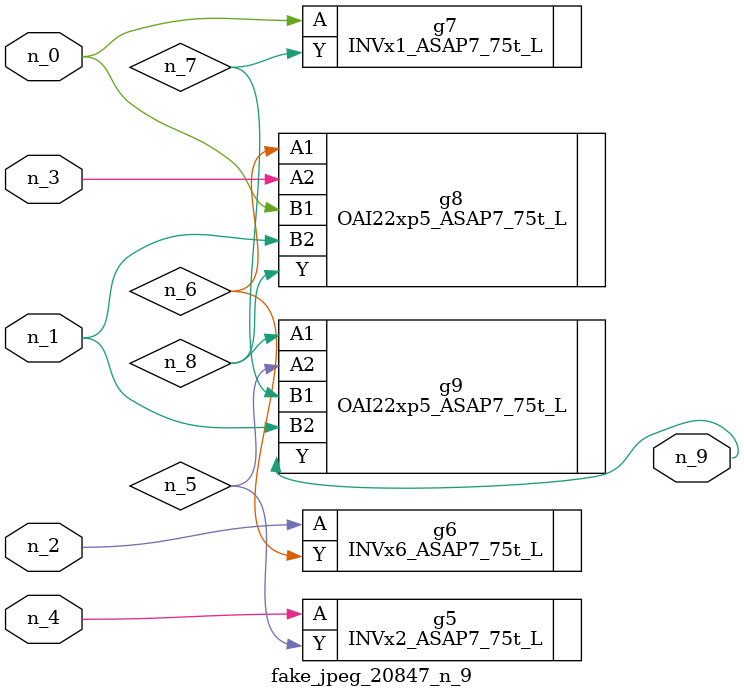
<source format=v>
module fake_jpeg_20847_n_9 (n_3, n_2, n_1, n_0, n_4, n_9);

input n_3;
input n_2;
input n_1;
input n_0;
input n_4;

output n_9;

wire n_8;
wire n_6;
wire n_5;
wire n_7;

INVx2_ASAP7_75t_L g5 ( 
.A(n_4),
.Y(n_5)
);

INVx6_ASAP7_75t_L g6 ( 
.A(n_2),
.Y(n_6)
);

INVx1_ASAP7_75t_L g7 ( 
.A(n_0),
.Y(n_7)
);

OAI22xp5_ASAP7_75t_L g8 ( 
.A1(n_6),
.A2(n_3),
.B1(n_0),
.B2(n_1),
.Y(n_8)
);

OAI22xp5_ASAP7_75t_L g9 ( 
.A1(n_8),
.A2(n_5),
.B1(n_7),
.B2(n_1),
.Y(n_9)
);


endmodule
</source>
